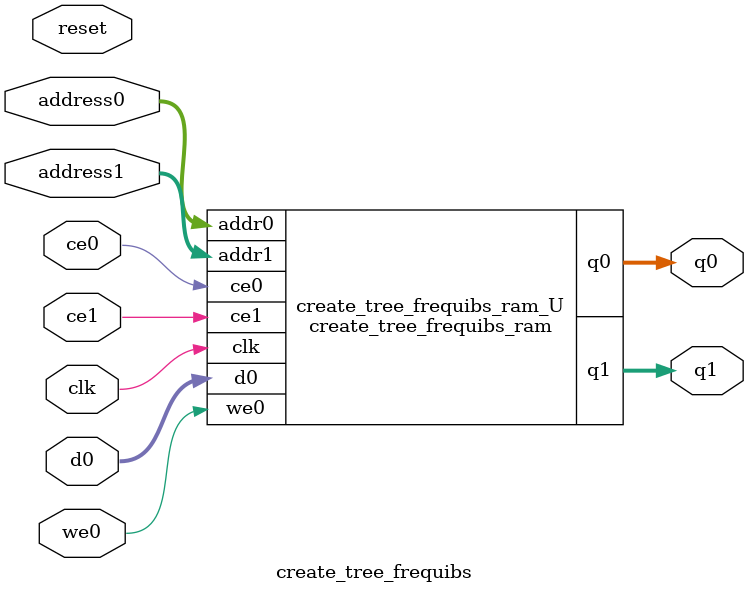
<source format=v>
`timescale 1 ns / 1 ps
module create_tree_frequibs_ram (addr0, ce0, d0, we0, q0, addr1, ce1, q1,  clk);

parameter DWIDTH = 32;
parameter AWIDTH = 7;
parameter MEM_SIZE = 128;

input[AWIDTH-1:0] addr0;
input ce0;
input[DWIDTH-1:0] d0;
input we0;
output reg[DWIDTH-1:0] q0;
input[AWIDTH-1:0] addr1;
input ce1;
output reg[DWIDTH-1:0] q1;
input clk;

(* ram_style = "block" *)reg [DWIDTH-1:0] ram[0:MEM_SIZE-1];




always @(posedge clk)  
begin 
    if (ce0) begin
        if (we0) 
            ram[addr0] <= d0; 
        q0 <= ram[addr0];
    end
end


always @(posedge clk)  
begin 
    if (ce1) begin
        q1 <= ram[addr1];
    end
end


endmodule

`timescale 1 ns / 1 ps
module create_tree_frequibs(
    reset,
    clk,
    address0,
    ce0,
    we0,
    d0,
    q0,
    address1,
    ce1,
    q1);

parameter DataWidth = 32'd32;
parameter AddressRange = 32'd128;
parameter AddressWidth = 32'd7;
input reset;
input clk;
input[AddressWidth - 1:0] address0;
input ce0;
input we0;
input[DataWidth - 1:0] d0;
output[DataWidth - 1:0] q0;
input[AddressWidth - 1:0] address1;
input ce1;
output[DataWidth - 1:0] q1;



create_tree_frequibs_ram create_tree_frequibs_ram_U(
    .clk( clk ),
    .addr0( address0 ),
    .ce0( ce0 ),
    .we0( we0 ),
    .d0( d0 ),
    .q0( q0 ),
    .addr1( address1 ),
    .ce1( ce1 ),
    .q1( q1 ));

endmodule


</source>
